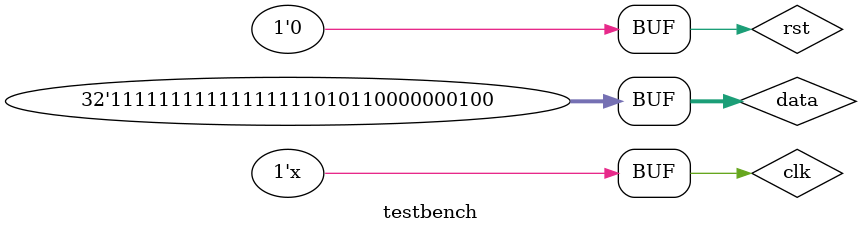
<source format=v>
`timescale 1ns / 1ps

module testbench(

    );
    
    reg clk,rst;
    
    initial begin
        clk=0;
        #5 rst=1;
        #10
        rst=0;
    $display("testing uart_tx..");
    end
    
    always #10 clk=~clk;
    
    
    wire [6:0] led;
    wire [1:0] px;
    
    reg [31:0] data = 32'hffffac04;
                        
    uart_top uart_top0(
        .I_clk(clk),
        .I_rst(rst),
        .I_addr(32'haaaaffff),
        .I_data(data),
        .O_led(led),
        .O_px(px)
    );
endmodule

</source>
